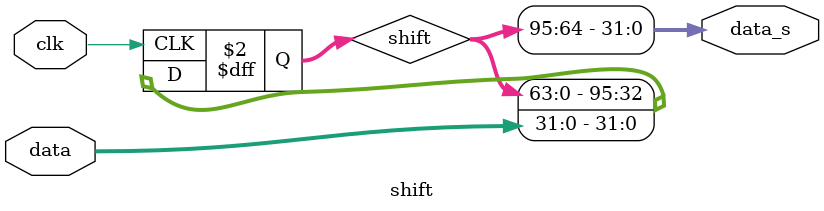
<source format=v>
`timescale 1ns / 1ps
module shift #(parameter M = 3, N = 32)(
	input clk,
	input [N-1:0]data,
	output [N-1:0]data_s
);

	reg [M*N-1:0]shift;
	
	always @(posedge clk) 
	begin
	shift <= {shift[(M-1)*N-1:0],data};
	end
	
	assign data_s = shift[M*N-1:(M-1)*N];

endmodule 

</source>
